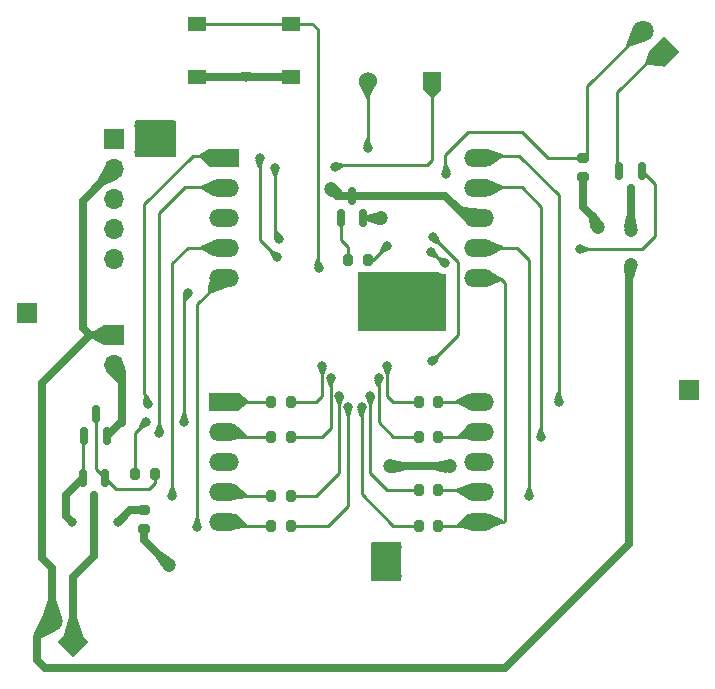
<source format=gbr>
%TF.GenerationSoftware,KiCad,Pcbnew,8.0.1*%
%TF.CreationDate,2024-04-22T14:35:34+03:00*%
%TF.ProjectId,Zar Electronic,5a617220-456c-4656-9374-726f6e69632e,rev?*%
%TF.SameCoordinates,Original*%
%TF.FileFunction,Copper,L1,Top*%
%TF.FilePolarity,Positive*%
%FSLAX46Y46*%
G04 Gerber Fmt 4.6, Leading zero omitted, Abs format (unit mm)*
G04 Created by KiCad (PCBNEW 8.0.1) date 2024-04-22 14:35:34*
%MOMM*%
%LPD*%
G01*
G04 APERTURE LIST*
G04 Aperture macros list*
%AMRoundRect*
0 Rectangle with rounded corners*
0 $1 Rounding radius*
0 $2 $3 $4 $5 $6 $7 $8 $9 X,Y pos of 4 corners*
0 Add a 4 corners polygon primitive as box body*
4,1,4,$2,$3,$4,$5,$6,$7,$8,$9,$2,$3,0*
0 Add four circle primitives for the rounded corners*
1,1,$1+$1,$2,$3*
1,1,$1+$1,$4,$5*
1,1,$1+$1,$6,$7*
1,1,$1+$1,$8,$9*
0 Add four rect primitives between the rounded corners*
20,1,$1+$1,$2,$3,$4,$5,0*
20,1,$1+$1,$4,$5,$6,$7,0*
20,1,$1+$1,$6,$7,$8,$9,0*
20,1,$1+$1,$8,$9,$2,$3,0*%
%AMRotRect*
0 Rectangle, with rotation*
0 The origin of the aperture is its center*
0 $1 length*
0 $2 width*
0 $3 Rotation angle, in degrees counterclockwise*
0 Add horizontal line*
21,1,$1,$2,0,0,$3*%
G04 Aperture macros list end*
%TA.AperFunction,SMDPad,CuDef*%
%ADD10RoundRect,0.200000X-0.200000X-0.275000X0.200000X-0.275000X0.200000X0.275000X-0.200000X0.275000X0*%
%TD*%
%TA.AperFunction,SMDPad,CuDef*%
%ADD11RoundRect,0.150000X-0.150000X0.587500X-0.150000X-0.587500X0.150000X-0.587500X0.150000X0.587500X0*%
%TD*%
%TA.AperFunction,SMDPad,CuDef*%
%ADD12RoundRect,0.200000X0.200000X0.275000X-0.200000X0.275000X-0.200000X-0.275000X0.200000X-0.275000X0*%
%TD*%
%TA.AperFunction,ComponentPad*%
%ADD13R,2.524000X1.524000*%
%TD*%
%TA.AperFunction,ComponentPad*%
%ADD14O,2.524000X1.524000*%
%TD*%
%TA.AperFunction,ComponentPad*%
%ADD15R,1.700000X1.700000*%
%TD*%
%TA.AperFunction,SMDPad,CuDef*%
%ADD16R,1.550000X1.300000*%
%TD*%
%TA.AperFunction,SMDPad,CuDef*%
%ADD17RoundRect,0.200000X0.275000X-0.200000X0.275000X0.200000X-0.275000X0.200000X-0.275000X-0.200000X0*%
%TD*%
%TA.AperFunction,SMDPad,CuDef*%
%ADD18RoundRect,0.150000X0.150000X-0.587500X0.150000X0.587500X-0.150000X0.587500X-0.150000X-0.587500X0*%
%TD*%
%TA.AperFunction,ComponentPad*%
%ADD19RotRect,1.800000X1.800000X135.000000*%
%TD*%
%TA.AperFunction,ComponentPad*%
%ADD20C,1.800000*%
%TD*%
%TA.AperFunction,ComponentPad*%
%ADD21O,1.700000X1.700000*%
%TD*%
%TA.AperFunction,ComponentPad*%
%ADD22R,1.524000X1.524000*%
%TD*%
%TA.AperFunction,ComponentPad*%
%ADD23C,1.524000*%
%TD*%
%TA.AperFunction,ViaPad*%
%ADD24C,0.800000*%
%TD*%
%TA.AperFunction,ViaPad*%
%ADD25C,1.200000*%
%TD*%
%TA.AperFunction,Conductor*%
%ADD26C,0.700000*%
%TD*%
%TA.AperFunction,Conductor*%
%ADD27C,0.250000*%
%TD*%
%TA.AperFunction,Conductor*%
%ADD28C,0.500000*%
%TD*%
G04 APERTURE END LIST*
D10*
%TO.P,R4,1*%
%TO.N,/D*%
X121175000Y-82500000D03*
%TO.P,R4,2*%
%TO.N,/sD*%
X122825000Y-82500000D03*
%TD*%
D11*
%TO.P,Q7,1,B*%
%TO.N,Net-(Q7-B)*%
X107100000Y-86000000D03*
%TO.P,Q7,2,E*%
%TO.N,Net-(Q7-E)*%
X105200000Y-86000000D03*
%TO.P,Q7,3,C*%
%TO.N,Net-(D2-K)*%
X106150000Y-87875000D03*
%TD*%
D12*
%TO.P,R1,1*%
%TO.N,/A*%
X135325000Y-87000000D03*
%TO.P,R1,2*%
%TO.N,/sA*%
X133675000Y-87000000D03*
%TD*%
D13*
%TO.P,U2,1,E*%
%TO.N,/E*%
X117200000Y-79500000D03*
D14*
%TO.P,U2,2,D*%
%TO.N,/D*%
X117200000Y-82042400D03*
%TO.P,U2,3,CC*%
%TO.N,Net-(Q3-C)*%
X117195000Y-84582400D03*
%TO.P,U2,4,C*%
%TO.N,/C*%
X117195000Y-87122400D03*
%TO.P,U2,5,DP*%
%TO.N,/DP*%
X117200000Y-89662400D03*
%TO.P,U2,6,B*%
%TO.N,/B*%
X138800000Y-89662400D03*
%TO.P,U2,7,A*%
%TO.N,/A*%
X138795000Y-87122400D03*
%TO.P,U2,8,CC*%
%TO.N,Net-(Q3-C)*%
X138795000Y-84582400D03*
%TO.P,U2,9,F*%
%TO.N,/F*%
X138800000Y-82042400D03*
%TO.P,U2,10,G*%
%TO.N,/G*%
X138800000Y-79500000D03*
%TD*%
D12*
%TO.P,R7,1*%
%TO.N,/G*%
X135325000Y-79500000D03*
%TO.P,R7,2*%
%TO.N,/sG*%
X133675000Y-79500000D03*
%TD*%
D15*
%TO.P,J3,1,Pin_1*%
%TO.N,Net-(J3-Pin_1)*%
X156500000Y-78500000D03*
%TD*%
D16*
%TO.P,SW1,1,1*%
%TO.N,Net-(U1-RB3)*%
X114897000Y-47534000D03*
X122847000Y-47534000D03*
%TO.P,SW1,2,2*%
%TO.N,GND*%
X114897000Y-52034000D03*
X122847000Y-52034000D03*
%TD*%
D11*
%TO.P,Q8,1,B*%
%TO.N,/DAC*%
X152550000Y-59962500D03*
%TO.P,Q8,2,E*%
%TO.N,Net-(Q6-C)*%
X150650000Y-59962500D03*
%TO.P,Q8,3,C*%
%TO.N,/VDD*%
X151600000Y-61837500D03*
%TD*%
D10*
%TO.P,R8,1*%
%TO.N,/DP*%
X121175000Y-90000000D03*
%TO.P,R8,2*%
%TO.N,/sDP*%
X122825000Y-90000000D03*
%TD*%
D15*
%TO.P,J2,1,Pin_1*%
%TO.N,Net-(J2-Pin_1)*%
X100500000Y-72000000D03*
%TD*%
D10*
%TO.P,R5,1*%
%TO.N,/E*%
X121175000Y-79500000D03*
%TO.P,R5,2*%
%TO.N,/sE*%
X122825000Y-79500000D03*
%TD*%
D17*
%TO.P,R14,1*%
%TO.N,GND*%
X110400000Y-90325000D03*
%TO.P,R14,2*%
%TO.N,Net-(Q7-E)*%
X110400000Y-88675000D03*
%TD*%
D13*
%TO.P,U3,1,E*%
%TO.N,/E*%
X117200000Y-58900000D03*
D14*
%TO.P,U3,2,D*%
%TO.N,/D*%
X117200000Y-61442400D03*
%TO.P,U3,3,CC*%
%TO.N,Net-(Q1-C)*%
X117195000Y-63982400D03*
%TO.P,U3,4,C*%
%TO.N,/C*%
X117195000Y-66522400D03*
%TO.P,U3,5,DP*%
%TO.N,/DP*%
X117200000Y-69062400D03*
%TO.P,U3,6,B*%
%TO.N,/B*%
X138800000Y-69062400D03*
%TO.P,U3,7,A*%
%TO.N,/A*%
X138795000Y-66522400D03*
%TO.P,U3,8,CC*%
%TO.N,Net-(Q1-C)*%
X138795000Y-63982400D03*
%TO.P,U3,9,F*%
%TO.N,/F*%
X138800000Y-61442400D03*
%TO.P,U3,10,G*%
%TO.N,/G*%
X138800000Y-58900000D03*
%TD*%
D17*
%TO.P,R13,1*%
%TO.N,GND*%
X147600000Y-60525000D03*
%TO.P,R13,2*%
%TO.N,/ADC*%
X147600000Y-58875000D03*
%TD*%
D10*
%TO.P,R12,1*%
%TO.N,/IR_EN*%
X109675000Y-85600000D03*
%TO.P,R12,2*%
%TO.N,Net-(Q7-B)*%
X111325000Y-85600000D03*
%TD*%
D12*
%TO.P,R6,1*%
%TO.N,/F*%
X135325000Y-82500000D03*
%TO.P,R6,2*%
%TO.N,/sF*%
X133675000Y-82500000D03*
%TD*%
D18*
%TO.P,Q1,1,B*%
%TO.N,Net-(Q1-B)*%
X127050000Y-63937500D03*
%TO.P,Q1,2,E*%
%TO.N,GND*%
X128950000Y-63937500D03*
%TO.P,Q1,3,C*%
%TO.N,Net-(Q1-C)*%
X128000000Y-62062500D03*
%TD*%
D19*
%TO.P,D2,1,K*%
%TO.N,Net-(D2-K)*%
X104401561Y-99901561D03*
D20*
%TO.P,D2,2,A*%
%TO.N,/VDD*%
X102605510Y-98105510D03*
%TD*%
D19*
%TO.P,Q6,1,C*%
%TO.N,Net-(Q6-C)*%
X154401562Y-49901562D03*
D20*
%TO.P,Q6,2,E*%
%TO.N,/ADC*%
X152605511Y-48105511D03*
%TD*%
D15*
%TO.P,J4,1,Pin_1*%
%TO.N,/MCLR*%
X107900000Y-57300000D03*
D21*
%TO.P,J4,2,Pin_2*%
%TO.N,/VDD*%
X107900000Y-59840000D03*
%TO.P,J4,3,Pin_3*%
%TO.N,GND*%
X107900000Y-62380000D03*
%TO.P,J4,4,Pin_4*%
%TO.N,/PGD*%
X107900000Y-64920000D03*
%TO.P,J4,5,Pin_5*%
%TO.N,/PGC*%
X107900000Y-67460000D03*
%TD*%
D18*
%TO.P,Q9,1,B*%
%TO.N,Net-(Q7-E)*%
X105350000Y-82437500D03*
%TO.P,Q9,2,E*%
%TO.N,GND*%
X107250000Y-82437500D03*
%TO.P,Q9,3,C*%
%TO.N,Net-(Q7-B)*%
X106300000Y-80562500D03*
%TD*%
D12*
%TO.P,R2,1*%
%TO.N,/B*%
X135325000Y-90000000D03*
%TO.P,R2,2*%
%TO.N,/sB*%
X133675000Y-90000000D03*
%TD*%
%TO.P,R9,1*%
%TO.N,/PWM2*%
X129325000Y-67500000D03*
%TO.P,R9,2*%
%TO.N,Net-(Q1-B)*%
X127675000Y-67500000D03*
%TD*%
D10*
%TO.P,R3,1*%
%TO.N,/C*%
X121175000Y-87500000D03*
%TO.P,R3,2*%
%TO.N,/sC*%
X122825000Y-87500000D03*
%TD*%
D15*
%TO.P,J1,1,Pin_1*%
%TO.N,/VDD*%
X107900000Y-73900000D03*
D21*
%TO.P,J1,2,Pin_2*%
%TO.N,GND*%
X107900000Y-76440000D03*
%TD*%
D22*
%TO.P,BZ1,1,-*%
%TO.N,Net-(BZ1--)*%
X134823200Y-52324000D03*
D23*
%TO.P,BZ1,2,+*%
%TO.N,Net-(BZ1-+)*%
X129336800Y-52324000D03*
%TD*%
D24*
%TO.N,GND*%
X131800000Y-94300000D03*
X130900000Y-94300000D03*
X130000000Y-94300000D03*
X131800000Y-91800000D03*
X130900000Y-91800000D03*
X130000000Y-91800000D03*
X110900000Y-56200000D03*
X111800000Y-56200000D03*
X112700000Y-56200000D03*
X110000000Y-56200000D03*
X112700000Y-58400000D03*
X111800000Y-58400000D03*
X110900000Y-58400000D03*
X110000000Y-58400000D03*
D25*
%TO.N,/VDD*%
X151600000Y-67900000D03*
X151600000Y-65000000D03*
D24*
%TO.N,GND*%
X129000000Y-70000000D03*
X135500000Y-70000000D03*
X135500000Y-69000000D03*
X129000000Y-73000000D03*
D25*
X148800000Y-64700000D03*
X112500000Y-93300000D03*
D24*
X135500000Y-73000000D03*
X119000000Y-52000000D03*
X129000000Y-71000000D03*
X129000000Y-72000000D03*
X135500000Y-72000000D03*
X135500000Y-71000000D03*
D25*
X130500000Y-64000000D03*
D24*
X129000000Y-69000000D03*
D25*
%TO.N,Net-(Q1-C)*%
X126200000Y-61500000D03*
%TO.N,Net-(Q3-C)*%
X136300000Y-85000000D03*
X131200000Y-85000000D03*
D24*
%TO.N,/A*%
X143000000Y-87500000D03*
%TO.N,/sA*%
X129550000Y-79000000D03*
%TO.N,/sB*%
X128825000Y-80000000D03*
%TO.N,/sC*%
X126950000Y-79000000D03*
%TO.N,/C*%
X112800000Y-87500000D03*
%TO.N,/sD*%
X126225000Y-77500000D03*
%TO.N,/D*%
X111700000Y-82200000D03*
%TO.N,/E*%
X110700000Y-79700000D03*
%TO.N,/sE*%
X125500000Y-76500000D03*
%TO.N,/sF*%
X130275000Y-77500000D03*
%TO.N,/F*%
X144000000Y-82500000D03*
%TO.N,/G*%
X145500000Y-79500000D03*
%TO.N,/sG*%
X131000000Y-76500000D03*
%TO.N,/sDP*%
X127675000Y-80000000D03*
%TO.N,/DP*%
X114900000Y-90100000D03*
%TO.N,/PWM2*%
X131000000Y-66300000D03*
%TO.N,/PWM1*%
X134900000Y-65600000D03*
X134800000Y-76100000D03*
%TO.N,Net-(U1-RB3)*%
X125200000Y-68200000D03*
%TO.N,Net-(BZ1-+)*%
X121700000Y-67300000D03*
X129336800Y-58025000D03*
X120200000Y-58900000D03*
%TO.N,Net-(BZ1--)*%
X126600000Y-59625000D03*
X121800000Y-65700000D03*
X121500000Y-59700000D03*
%TO.N,Net-(Q7-E)*%
X104300000Y-89700000D03*
X108200000Y-89700000D03*
%TO.N,/ADC*%
X136000000Y-60200000D03*
%TO.N,/IR_EN*%
X113800000Y-81200000D03*
X110600000Y-81200000D03*
X114100000Y-70300000D03*
%TO.N,/DAC*%
X134699847Y-66799847D03*
X147300000Y-66600000D03*
X135900000Y-67800000D03*
%TD*%
D26*
%TO.N,/VDD*%
X101300000Y-99411020D02*
X102605510Y-98105510D01*
X101300000Y-101400000D02*
X101300000Y-99411020D01*
X102000000Y-102100000D02*
X101300000Y-101400000D01*
X141000000Y-102100000D02*
X102000000Y-102100000D01*
X151500000Y-68000000D02*
X151500000Y-91600000D01*
X151600000Y-67900000D02*
X151500000Y-68000000D01*
X151500000Y-91600000D02*
X141000000Y-102100000D01*
D27*
%TO.N,/E*%
X110400000Y-62800000D02*
X114526000Y-58674000D01*
X114526000Y-58674000D02*
X117084000Y-58674000D01*
X110400000Y-78900000D02*
X110400000Y-62800000D01*
X110700000Y-79200000D02*
X110400000Y-78900000D01*
X110700000Y-79700000D02*
X110700000Y-79200000D01*
D26*
%TO.N,/VDD*%
X101800000Y-77900000D02*
X105800000Y-73900000D01*
X102605510Y-98105510D02*
X102605510Y-93570510D01*
X102605510Y-93570510D02*
X101800000Y-92765000D01*
X105200000Y-62540000D02*
X105200000Y-73300000D01*
X151600000Y-61837500D02*
X151600000Y-65000000D01*
X105800000Y-73900000D02*
X107900000Y-73900000D01*
X105200000Y-73300000D02*
X105800000Y-73900000D01*
X107900000Y-59840000D02*
X105200000Y-62540000D01*
X101800000Y-92765000D02*
X101800000Y-77900000D01*
%TO.N,GND*%
X148700000Y-64100000D02*
X148700000Y-64600000D01*
X119034000Y-52034000D02*
X122847000Y-52034000D01*
X147600000Y-63000000D02*
X148700000Y-64100000D01*
X114897000Y-52034000D02*
X118966000Y-52034000D01*
X108500000Y-81300000D02*
X108500000Y-77040000D01*
X108387500Y-81300000D02*
X108500000Y-81300000D01*
X110400000Y-91200000D02*
X112500000Y-93300000D01*
X148700000Y-64600000D02*
X148800000Y-64700000D01*
D28*
X128950000Y-63937500D02*
X130437500Y-63937500D01*
D26*
X119000000Y-52000000D02*
X119034000Y-52034000D01*
X108500000Y-77040000D02*
X107900000Y-76440000D01*
X118966000Y-52034000D02*
X119000000Y-52000000D01*
X107250000Y-82437500D02*
X108387500Y-81300000D01*
D28*
X130437500Y-63937500D02*
X130500000Y-64000000D01*
D26*
X110400000Y-90325000D02*
X110400000Y-91200000D01*
X147600000Y-60525000D02*
X147600000Y-63000000D01*
%TO.N,Net-(Q1-C)*%
X126762500Y-62062500D02*
X126200000Y-61500000D01*
X128000000Y-62062500D02*
X135862500Y-62062500D01*
X128000000Y-62062500D02*
X126762500Y-62062500D01*
X135862500Y-62062500D02*
X137706400Y-63906400D01*
X137706400Y-63906400D02*
X138684000Y-63906400D01*
D27*
%TO.N,Net-(Q1-B)*%
X127100000Y-65600000D02*
X127050000Y-65550000D01*
X127050000Y-65550000D02*
X127050000Y-63937500D01*
X127100000Y-65800000D02*
X127100000Y-65600000D01*
X127675000Y-67500000D02*
X127675000Y-66375000D01*
X127675000Y-66375000D02*
X127100000Y-65800000D01*
D26*
%TO.N,Net-(Q3-C)*%
X135500000Y-85000000D02*
X131200000Y-85000000D01*
X136300000Y-85000000D02*
X135500000Y-85000000D01*
D27*
%TO.N,/A*%
X138130000Y-87000000D02*
X138684000Y-87554000D01*
X141992800Y-66496400D02*
X138684000Y-66496400D01*
X135325000Y-87000000D02*
X138130000Y-87000000D01*
X143000000Y-67503600D02*
X141992800Y-66496400D01*
X143000000Y-87500000D02*
X143000000Y-67503600D01*
%TO.N,/sA*%
X129550000Y-85550000D02*
X131000000Y-87000000D01*
X131000000Y-87000000D02*
X133675000Y-87000000D01*
X129550000Y-79000000D02*
X129550000Y-85550000D01*
%TO.N,/sB*%
X131500000Y-90000000D02*
X133675000Y-90000000D01*
X128825000Y-87325000D02*
X131500000Y-90000000D01*
X128825000Y-80000000D02*
X128825000Y-87325000D01*
%TO.N,/B*%
X138462400Y-90000000D02*
X138800000Y-89662400D01*
X141000000Y-69500000D02*
X140588000Y-69088000D01*
X140837600Y-89662400D02*
X141000000Y-89500000D01*
X140588000Y-69088000D02*
X138684000Y-69088000D01*
X135325000Y-90000000D02*
X138462400Y-90000000D01*
X141000000Y-89500000D02*
X141000000Y-69500000D01*
X138800000Y-89662400D02*
X140837600Y-89662400D01*
%TO.N,/sC*%
X125000000Y-87500000D02*
X122825000Y-87500000D01*
X126950000Y-79000000D02*
X126950000Y-85550000D01*
X126950000Y-85550000D02*
X125000000Y-87500000D01*
%TO.N,/C*%
X112800000Y-87500000D02*
X112800000Y-67800000D01*
X117084000Y-87233400D02*
X117084000Y-87554000D01*
X117195000Y-87122400D02*
X117084000Y-87233400D01*
X121175000Y-87500000D02*
X117572600Y-87500000D01*
X114103600Y-66496400D02*
X117084000Y-66496400D01*
X112800000Y-67800000D02*
X114103600Y-66496400D01*
X117572600Y-87500000D02*
X117195000Y-87122400D01*
%TO.N,/sD*%
X126225000Y-77500000D02*
X126225000Y-81775000D01*
X125500000Y-82500000D02*
X122825000Y-82500000D01*
X126225000Y-81775000D02*
X125500000Y-82500000D01*
%TO.N,/D*%
X121175000Y-82500000D02*
X118700000Y-82500000D01*
X111700000Y-82200000D02*
X111700000Y-63500000D01*
X117084000Y-82158400D02*
X117084000Y-82424000D01*
X118242400Y-82042400D02*
X117200000Y-82042400D01*
X111700000Y-63500000D02*
X113833600Y-61366400D01*
X118700000Y-82500000D02*
X118242400Y-82042400D01*
X113833600Y-61366400D02*
X117084000Y-61366400D01*
X117200000Y-82042400D02*
X117084000Y-82158400D01*
%TO.N,/E*%
X117084000Y-79616000D02*
X117084000Y-79731600D01*
X121175000Y-79500000D02*
X117200000Y-79500000D01*
X117200000Y-79500000D02*
X117084000Y-79616000D01*
%TO.N,/sE*%
X125500000Y-76500000D02*
X125500000Y-79000000D01*
X125000000Y-79500000D02*
X122825000Y-79500000D01*
X125500000Y-79000000D02*
X125000000Y-79500000D01*
%TO.N,/sF*%
X130275000Y-77500000D02*
X130275000Y-81275000D01*
X131500000Y-82500000D02*
X133675000Y-82500000D01*
X130275000Y-81275000D02*
X131500000Y-82500000D01*
%TO.N,/F*%
X144000000Y-82500000D02*
X144000000Y-63000000D01*
X144000000Y-63000000D02*
X142366400Y-61366400D01*
X142366400Y-61366400D02*
X138684000Y-61366400D01*
X138608000Y-82500000D02*
X138684000Y-82424000D01*
X135325000Y-82500000D02*
X138608000Y-82500000D01*
%TO.N,/G*%
X145500000Y-62000000D02*
X142174000Y-58674000D01*
X145500000Y-79500000D02*
X145500000Y-62000000D01*
X139031600Y-79731600D02*
X139768400Y-79731600D01*
X142174000Y-58674000D02*
X138684000Y-58674000D01*
X138800000Y-79500000D02*
X139031600Y-79731600D01*
X135325000Y-79500000D02*
X138800000Y-79500000D01*
%TO.N,/sG*%
X131500000Y-79500000D02*
X133675000Y-79500000D01*
X131000000Y-79000000D02*
X131500000Y-79500000D01*
X131000000Y-76500000D02*
X131000000Y-79000000D01*
%TO.N,/sDP*%
X127675000Y-88325000D02*
X126000000Y-90000000D01*
X127675000Y-80000000D02*
X127675000Y-88325000D01*
X126000000Y-90000000D02*
X122825000Y-90000000D01*
%TO.N,/DP*%
X121175000Y-90000000D02*
X117537600Y-90000000D01*
X117200000Y-89662400D02*
X117084000Y-89778400D01*
X117084000Y-89778400D02*
X117084000Y-90145600D01*
X114900000Y-90100000D02*
X114900000Y-71272000D01*
X117537600Y-90000000D02*
X117200000Y-89662400D01*
X114900000Y-71272000D02*
X117084000Y-69088000D01*
%TO.N,/PWM2*%
X129325000Y-67500000D02*
X129800000Y-67500000D01*
X129800000Y-67500000D02*
X131000000Y-66300000D01*
%TO.N,/PWM1*%
X137000000Y-67700000D02*
X134900000Y-65600000D01*
X137000000Y-73900000D02*
X137000000Y-67700000D01*
X134800000Y-76100000D02*
X137000000Y-73900000D01*
%TO.N,Net-(U1-RB3)*%
X125100000Y-68100000D02*
X125200000Y-68200000D01*
X124634000Y-47534000D02*
X125100000Y-48000000D01*
X122847000Y-47534000D02*
X124634000Y-47534000D01*
X125100000Y-48000000D02*
X125100000Y-68100000D01*
X114897000Y-47534000D02*
X122847000Y-47534000D01*
D26*
%TO.N,Net-(D2-K)*%
X106200000Y-92600000D02*
X106150000Y-92550000D01*
X106150000Y-92550000D02*
X106150000Y-87875000D01*
X104401561Y-94398439D02*
X106200000Y-92600000D01*
X104401561Y-99901561D02*
X104401561Y-94398439D01*
D27*
%TO.N,Net-(BZ1-+)*%
X129336800Y-58025000D02*
X129336800Y-52324000D01*
X120200000Y-65800000D02*
X121700000Y-67300000D01*
X120200000Y-58900000D02*
X120200000Y-65800000D01*
%TO.N,Net-(BZ1--)*%
X134823200Y-59076800D02*
X134400000Y-59500000D01*
X121500000Y-59700000D02*
X121500000Y-65400000D01*
X134823200Y-52324000D02*
X134823200Y-59076800D01*
X126725000Y-59500000D02*
X126600000Y-59625000D01*
X134400000Y-59500000D02*
X126725000Y-59500000D01*
X121500000Y-65400000D02*
X121800000Y-65700000D01*
%TO.N,Net-(Q6-C)*%
X150475000Y-59787500D02*
X150475000Y-53325000D01*
X150650000Y-59962500D02*
X150475000Y-59787500D01*
X150475000Y-53325000D02*
X153898438Y-49901562D01*
X153898438Y-49901562D02*
X154401562Y-49901562D01*
%TO.N,Net-(Q7-B)*%
X107100000Y-86000000D02*
X108000000Y-86900000D01*
X110800000Y-86900000D02*
X111325000Y-86375000D01*
X111325000Y-86375000D02*
X111325000Y-85600000D01*
X106300000Y-85200000D02*
X106300000Y-80562500D01*
X107100000Y-86000000D02*
X106300000Y-85200000D01*
X108000000Y-86900000D02*
X110800000Y-86900000D01*
D26*
%TO.N,Net-(Q7-E)*%
X103800000Y-87700000D02*
X103800000Y-89200000D01*
X105200000Y-86000000D02*
X103800000Y-87400000D01*
X103800000Y-89200000D02*
X104300000Y-89700000D01*
X109225000Y-88675000D02*
X110400000Y-88675000D01*
D27*
X103800000Y-87400000D02*
X103800000Y-87700000D01*
X105200000Y-82587500D02*
X105350000Y-82437500D01*
X105200000Y-86000000D02*
X105200000Y-82587500D01*
D26*
X108200000Y-89700000D02*
X109225000Y-88675000D01*
D27*
%TO.N,/ADC*%
X147600000Y-58875000D02*
X147935000Y-58540000D01*
X147935000Y-52776022D02*
X152605511Y-48105511D01*
X147935000Y-58540000D02*
X147935000Y-52776022D01*
X147600000Y-58875000D02*
X144575000Y-58875000D01*
X135900000Y-60000000D02*
X135900000Y-60100000D01*
X135900000Y-60100000D02*
X136000000Y-60200000D01*
X137800000Y-56700000D02*
X135900000Y-58600000D01*
X144575000Y-58875000D02*
X142900000Y-57200000D01*
X142900000Y-57200000D02*
X142400000Y-56700000D01*
X135900000Y-58600000D02*
X135900000Y-60000000D01*
X142400000Y-56700000D02*
X137800000Y-56700000D01*
%TO.N,/IR_EN*%
X113800000Y-70600000D02*
X114100000Y-70300000D01*
X109675000Y-82125000D02*
X110600000Y-81200000D01*
X113800000Y-81200000D02*
X113800000Y-70600000D01*
X109675000Y-85600000D02*
X109675000Y-82125000D01*
%TO.N,/DAC*%
X153700000Y-61100000D02*
X153700000Y-65500000D01*
X152550000Y-59962500D02*
X153687500Y-61100000D01*
X153700000Y-65500000D02*
X152600000Y-66600000D01*
X135700000Y-67800000D02*
X134699847Y-66799847D01*
X135900000Y-67800000D02*
X135700000Y-67800000D01*
X153687500Y-61100000D02*
X153700000Y-61100000D01*
X152600000Y-66600000D02*
X147300000Y-66600000D01*
%TD*%
%TA.AperFunction,Conductor*%
%TO.N,GND*%
G36*
X135358195Y-68519685D02*
G01*
X135364041Y-68523682D01*
X135447265Y-68584148D01*
X135447270Y-68584151D01*
X135620192Y-68661142D01*
X135620197Y-68661144D01*
X135805354Y-68700500D01*
X135805355Y-68700500D01*
X135876000Y-68700500D01*
X135943039Y-68720185D01*
X135988794Y-68772989D01*
X136000000Y-68824500D01*
X136000000Y-73376000D01*
X135980315Y-73443039D01*
X135927511Y-73488794D01*
X135876000Y-73500000D01*
X128624000Y-73500000D01*
X128556961Y-73480315D01*
X128511206Y-73427511D01*
X128500000Y-73376000D01*
X128500000Y-68624000D01*
X128519685Y-68556961D01*
X128572489Y-68511206D01*
X128624000Y-68500000D01*
X135291156Y-68500000D01*
X135358195Y-68519685D01*
G37*
%TD.AperFunction*%
%TD*%
%TA.AperFunction,Conductor*%
%TO.N,GND*%
G36*
X113043039Y-55719685D02*
G01*
X113088794Y-55772489D01*
X113100000Y-55824000D01*
X113100000Y-58676000D01*
X113080315Y-58743039D01*
X113027511Y-58788794D01*
X112976000Y-58800000D01*
X109724000Y-58800000D01*
X109656961Y-58780315D01*
X109611206Y-58727511D01*
X109600000Y-58676000D01*
X109600000Y-55824000D01*
X109619685Y-55756961D01*
X109672489Y-55711206D01*
X109724000Y-55700000D01*
X112976000Y-55700000D01*
X113043039Y-55719685D01*
G37*
%TD.AperFunction*%
%TD*%
%TA.AperFunction,Conductor*%
%TO.N,GND*%
G36*
X132143039Y-91419685D02*
G01*
X132188794Y-91472489D01*
X132200000Y-91524000D01*
X132200000Y-94576000D01*
X132180315Y-94643039D01*
X132127511Y-94688794D01*
X132076000Y-94700000D01*
X129724000Y-94700000D01*
X129656961Y-94680315D01*
X129611206Y-94627511D01*
X129600000Y-94576000D01*
X129600000Y-91524000D01*
X129619685Y-91456961D01*
X129672489Y-91411206D01*
X129724000Y-91400000D01*
X132076000Y-91400000D01*
X132143039Y-91419685D01*
G37*
%TD.AperFunction*%
%TD*%
%TA.AperFunction,Conductor*%
%TO.N,/VDD*%
G36*
X101784056Y-97765240D02*
G01*
X102601724Y-98102947D01*
X102608063Y-98109273D01*
X102608072Y-98109295D01*
X102945778Y-98926962D01*
X102945769Y-98935916D01*
X102940220Y-98941881D01*
X101587757Y-99621991D01*
X101578827Y-99622646D01*
X101574228Y-99619811D01*
X101091208Y-99136791D01*
X101087781Y-99128518D01*
X101089027Y-99123264D01*
X101769138Y-97770798D01*
X101775917Y-97764947D01*
X101784056Y-97765240D01*
G37*
%TD.AperFunction*%
%TD*%
%TA.AperFunction,Conductor*%
%TO.N,/VDD*%
G36*
X151602164Y-67899900D02*
G01*
X152144401Y-68125480D01*
X152150722Y-68131820D01*
X152151049Y-68139849D01*
X151852604Y-69071977D01*
X151846817Y-69078811D01*
X151841461Y-69080109D01*
X151160307Y-69080109D01*
X151152034Y-69076682D01*
X151148700Y-69069884D01*
X151030486Y-68139849D01*
X151001671Y-67913150D01*
X151004028Y-67904513D01*
X151011803Y-67900070D01*
X151013243Y-67899977D01*
X151597657Y-67899003D01*
X151602164Y-67899900D01*
G37*
%TD.AperFunction*%
%TD*%
%TA.AperFunction,Conductor*%
%TO.N,/E*%
G36*
X115943716Y-58141448D02*
G01*
X117182724Y-58888974D01*
X117188038Y-58896181D01*
X117186698Y-58905035D01*
X117181874Y-58909475D01*
X115945340Y-59522135D01*
X115936406Y-59522737D01*
X115932071Y-59520118D01*
X115179625Y-58802457D01*
X115176003Y-58794267D01*
X115176000Y-58793990D01*
X115176000Y-58555983D01*
X115179427Y-58547710D01*
X115182146Y-58545685D01*
X115932123Y-58141169D01*
X115941029Y-58140259D01*
X115943716Y-58141448D01*
G37*
%TD.AperFunction*%
%TD*%
%TA.AperFunction,Conductor*%
%TO.N,/E*%
G36*
X110583476Y-78908806D02*
G01*
X110584397Y-78909844D01*
X110715099Y-79076257D01*
X110976448Y-79409015D01*
X110978863Y-79417638D01*
X110975541Y-79424494D01*
X110704146Y-79697250D01*
X110695881Y-79700698D01*
X110695831Y-79700698D01*
X110313689Y-79700024D01*
X110305422Y-79696583D01*
X110302010Y-79688303D01*
X110302156Y-79686481D01*
X110343940Y-79424494D01*
X110398882Y-79080001D01*
X110402161Y-79073575D01*
X110566931Y-78908805D01*
X110575203Y-78905379D01*
X110583476Y-78908806D01*
G37*
%TD.AperFunction*%
%TD*%
%TA.AperFunction,Conductor*%
%TO.N,/VDD*%
G36*
X102955330Y-96308937D02*
G01*
X102958165Y-96313536D01*
X103433590Y-97750783D01*
X103432935Y-97759713D01*
X103426970Y-97765262D01*
X102609998Y-98104645D01*
X102601044Y-98104654D01*
X102601022Y-98104645D01*
X101784049Y-97765262D01*
X101777723Y-97758923D01*
X101777429Y-97750783D01*
X102252855Y-96313536D01*
X102258707Y-96306757D01*
X102263963Y-96305510D01*
X102947057Y-96305510D01*
X102955330Y-96308937D01*
G37*
%TD.AperFunction*%
%TD*%
%TA.AperFunction,Conductor*%
%TO.N,/VDD*%
G36*
X151948780Y-63803427D02*
G01*
X151951956Y-63809289D01*
X152152330Y-64760901D01*
X152150681Y-64769703D01*
X152145375Y-64774114D01*
X151604494Y-64999130D01*
X151595539Y-64999144D01*
X151595506Y-64999130D01*
X151054624Y-64774114D01*
X151048302Y-64767773D01*
X151047669Y-64760904D01*
X151248044Y-63809288D01*
X151253102Y-63801900D01*
X151259493Y-63800000D01*
X151940507Y-63800000D01*
X151948780Y-63803427D01*
G37*
%TD.AperFunction*%
%TD*%
%TA.AperFunction,Conductor*%
%TO.N,/VDD*%
G36*
X107056401Y-73056394D02*
G01*
X107892712Y-73891722D01*
X107896144Y-73899993D01*
X107892722Y-73908268D01*
X107892712Y-73908278D01*
X107056401Y-74743605D01*
X107048126Y-74747027D01*
X107042201Y-74745412D01*
X106205768Y-74253392D01*
X106200374Y-74246243D01*
X106200000Y-74243307D01*
X106200000Y-73556692D01*
X106203427Y-73548419D01*
X106205768Y-73546607D01*
X107042202Y-73054586D01*
X107051069Y-73053346D01*
X107056401Y-73056394D01*
G37*
%TD.AperFunction*%
%TD*%
%TA.AperFunction,Conductor*%
%TO.N,/VDD*%
G36*
X107124611Y-59518810D02*
G01*
X107896215Y-59837438D01*
X107902552Y-59843761D01*
X107902562Y-59843785D01*
X108221188Y-60615386D01*
X108221179Y-60624341D01*
X108215764Y-60630237D01*
X106953010Y-61285622D01*
X106944088Y-61286391D01*
X106939347Y-61283510D01*
X106456489Y-60800652D01*
X106453062Y-60792379D01*
X106454376Y-60786992D01*
X107109763Y-59524233D01*
X107116615Y-59518471D01*
X107124611Y-59518810D01*
G37*
%TD.AperFunction*%
%TD*%
%TA.AperFunction,Conductor*%
%TO.N,GND*%
G36*
X148544726Y-63451422D02*
G01*
X148545481Y-63452253D01*
X149217515Y-64267549D01*
X149220133Y-64276113D01*
X149216774Y-64283250D01*
X148802363Y-64699044D01*
X148798537Y-64701601D01*
X148258754Y-64924214D01*
X148249799Y-64924200D01*
X148243477Y-64917859D01*
X148242831Y-64915747D01*
X148198762Y-64700707D01*
X148043578Y-63943456D01*
X148045274Y-63934664D01*
X148046762Y-63932840D01*
X148528181Y-63451421D01*
X148536453Y-63447995D01*
X148544726Y-63451422D01*
G37*
%TD.AperFunction*%
%TD*%
%TA.AperFunction,Conductor*%
%TO.N,GND*%
G36*
X119012899Y-51601366D02*
G01*
X119094119Y-51609966D01*
X119782770Y-51682891D01*
X119790635Y-51687170D01*
X119793237Y-51694526D01*
X119793237Y-52372533D01*
X119789810Y-52380806D01*
X119781773Y-52384231D01*
X119011906Y-52399759D01*
X119003565Y-52396499D01*
X118999972Y-52388297D01*
X118999970Y-52388090D01*
X118999960Y-52384231D01*
X118999000Y-52000000D01*
X118999967Y-51612970D01*
X119003415Y-51604707D01*
X119011696Y-51601301D01*
X119012899Y-51601366D01*
G37*
%TD.AperFunction*%
%TD*%
%TA.AperFunction,Conductor*%
%TO.N,GND*%
G36*
X118995688Y-51603903D02*
G01*
X118999967Y-51611769D01*
X119000032Y-51612972D01*
X119001000Y-52000000D01*
X119001000Y-52000058D01*
X119000029Y-52388090D01*
X118996581Y-52396355D01*
X118988300Y-52399761D01*
X118988093Y-52399759D01*
X118218227Y-52384231D01*
X118210025Y-52380638D01*
X118206763Y-52372533D01*
X118206763Y-51694526D01*
X118210190Y-51686253D01*
X118217229Y-51682891D01*
X118987100Y-51601366D01*
X118995688Y-51603903D01*
G37*
%TD.AperFunction*%
%TD*%
%TA.AperFunction,Conductor*%
%TO.N,GND*%
G36*
X108739091Y-76439987D02*
G01*
X108747360Y-76443424D01*
X108750749Y-76450883D01*
X108849139Y-77879233D01*
X108846289Y-77887722D01*
X108838271Y-77891709D01*
X108837467Y-77891737D01*
X108154845Y-77891737D01*
X108146574Y-77888312D01*
X107307228Y-77049307D01*
X107303799Y-77041034D01*
X107307218Y-77032768D01*
X107896567Y-76442437D01*
X107904833Y-76439005D01*
X108739091Y-76439987D01*
G37*
%TD.AperFunction*%
%TD*%
%TA.AperFunction,Conductor*%
%TO.N,GND*%
G36*
X111906911Y-92209170D02*
G01*
X112721487Y-92740375D01*
X112726545Y-92747764D01*
X112725912Y-92754636D01*
X112502562Y-93296207D01*
X112496240Y-93302548D01*
X112496207Y-93302562D01*
X111954636Y-93525912D01*
X111945681Y-93525898D01*
X111940375Y-93521487D01*
X111409170Y-92706911D01*
X111407521Y-92698109D01*
X111410695Y-92692249D01*
X111892248Y-92210696D01*
X111900520Y-92207270D01*
X111906911Y-92209170D01*
G37*
%TD.AperFunction*%
%TD*%
%TA.AperFunction,Conductor*%
%TO.N,GND*%
G36*
X130269462Y-63449440D02*
G01*
X130274267Y-63454992D01*
X130499130Y-63995506D01*
X130499144Y-64004461D01*
X130499130Y-64004494D01*
X130274757Y-64543829D01*
X130268416Y-64550151D01*
X130259771Y-64550261D01*
X129319948Y-64190378D01*
X129313447Y-64184220D01*
X129312432Y-64179452D01*
X129312432Y-63696613D01*
X129315859Y-63688340D01*
X129321266Y-63685269D01*
X130260603Y-63448142D01*
X130269462Y-63449440D01*
G37*
%TD.AperFunction*%
%TD*%
%TA.AperFunction,Conductor*%
%TO.N,Net-(Q1-C)*%
G36*
X126631851Y-61084693D02*
G01*
X126632472Y-61085366D01*
X127164209Y-61709220D01*
X127167005Y-61716809D01*
X127167005Y-62396784D01*
X127163578Y-62405057D01*
X127155305Y-62408484D01*
X127151950Y-62407993D01*
X125982783Y-62058037D01*
X125975840Y-62052381D01*
X125974929Y-62043473D01*
X125975316Y-62042381D01*
X126198107Y-61502163D01*
X126200657Y-61498346D01*
X126615306Y-61084672D01*
X126623582Y-61081256D01*
X126631851Y-61084693D01*
G37*
%TD.AperFunction*%
%TD*%
%TA.AperFunction,Conductor*%
%TO.N,Net-(Q1-C)*%
G36*
X137287317Y-62987379D02*
G01*
X137525245Y-63021145D01*
X138946936Y-63222912D01*
X138954645Y-63227466D01*
X138956875Y-63236139D01*
X138956728Y-63236963D01*
X138797194Y-63976215D01*
X138792099Y-63983579D01*
X138788919Y-63985012D01*
X137629318Y-64310541D01*
X137620427Y-64309477D01*
X137617909Y-64307576D01*
X136794884Y-63489805D01*
X136791431Y-63481542D01*
X136794829Y-63473261D01*
X137277401Y-62990689D01*
X137285673Y-62987263D01*
X137287317Y-62987379D01*
G37*
%TD.AperFunction*%
%TD*%
%TA.AperFunction,Conductor*%
%TO.N,Net-(Q3-C)*%
G36*
X132390711Y-84648044D02*
G01*
X132398100Y-84653102D01*
X132400000Y-84659493D01*
X132400000Y-85340506D01*
X132396573Y-85348779D01*
X132390711Y-85351955D01*
X131439098Y-85552330D01*
X131430296Y-85550681D01*
X131425885Y-85545375D01*
X131340656Y-85340506D01*
X131200868Y-85004492D01*
X131200855Y-84995541D01*
X131425886Y-84454622D01*
X131432226Y-84448302D01*
X131439095Y-84447669D01*
X132390711Y-84648044D01*
G37*
%TD.AperFunction*%
%TD*%
%TA.AperFunction,Conductor*%
%TO.N,Net-(Q3-C)*%
G36*
X136069703Y-84449318D02*
G01*
X136074114Y-84454624D01*
X136299130Y-84995506D01*
X136299144Y-85004461D01*
X136299130Y-85004494D01*
X136074114Y-85545375D01*
X136067773Y-85551697D01*
X136060901Y-85552330D01*
X135109289Y-85351955D01*
X135101900Y-85346897D01*
X135100000Y-85340506D01*
X135100000Y-84659493D01*
X135103427Y-84651220D01*
X135109289Y-84648044D01*
X136060903Y-84447669D01*
X136069703Y-84449318D01*
G37*
%TD.AperFunction*%
%TD*%
%TA.AperFunction,Conductor*%
%TO.N,/A*%
G36*
X139724314Y-65891472D02*
G01*
X140797409Y-66368312D01*
X140803578Y-66374803D01*
X140804358Y-66379004D01*
X140804358Y-66614118D01*
X140800931Y-66622391D01*
X140797825Y-66624615D01*
X139724484Y-67152958D01*
X139715548Y-67153537D01*
X139712702Y-67152112D01*
X138808080Y-66532051D01*
X138803194Y-66524547D01*
X138805044Y-66515785D01*
X138808080Y-66512749D01*
X139003204Y-66379004D01*
X139712954Y-65892514D01*
X139721715Y-65890665D01*
X139724314Y-65891472D01*
G37*
%TD.AperFunction*%
%TD*%
%TA.AperFunction,Conductor*%
%TO.N,/A*%
G36*
X138147715Y-86378187D02*
G01*
X138151633Y-86381130D01*
X138787388Y-87112493D01*
X138790229Y-87120985D01*
X138786234Y-87128999D01*
X138785173Y-87129820D01*
X137877753Y-87751799D01*
X137868991Y-87753649D01*
X137865260Y-87752264D01*
X136791464Y-87128382D01*
X136786032Y-87121263D01*
X136785642Y-87118266D01*
X136785642Y-86883165D01*
X136789069Y-86874892D01*
X136793304Y-86872184D01*
X138138769Y-86377824D01*
X138147715Y-86378187D01*
G37*
%TD.AperFunction*%
%TD*%
%TA.AperFunction,Conductor*%
%TO.N,/A*%
G36*
X143125188Y-86703427D02*
G01*
X143127859Y-86707563D01*
X143365551Y-87336344D01*
X143365271Y-87345294D01*
X143359109Y-87351280D01*
X143004502Y-87499123D01*
X142995548Y-87499144D01*
X142995498Y-87499123D01*
X142640890Y-87351280D01*
X142634572Y-87344933D01*
X142634448Y-87336345D01*
X142872141Y-86707562D01*
X142878272Y-86701036D01*
X142883085Y-86700000D01*
X143116915Y-86700000D01*
X143125188Y-86703427D01*
G37*
%TD.AperFunction*%
%TD*%
%TA.AperFunction,Conductor*%
%TO.N,/sA*%
G36*
X129909109Y-79148719D02*
G01*
X129915427Y-79155066D01*
X129915551Y-79163655D01*
X129677859Y-79792437D01*
X129671728Y-79798964D01*
X129666915Y-79800000D01*
X129433085Y-79800000D01*
X129424812Y-79796573D01*
X129422141Y-79792437D01*
X129184448Y-79163655D01*
X129184728Y-79154705D01*
X129190889Y-79148719D01*
X129545500Y-79000875D01*
X129554449Y-79000855D01*
X129909109Y-79148719D01*
G37*
%TD.AperFunction*%
%TD*%
%TA.AperFunction,Conductor*%
%TO.N,/sB*%
G36*
X129184109Y-80148719D02*
G01*
X129190427Y-80155066D01*
X129190551Y-80163655D01*
X128952859Y-80792437D01*
X128946728Y-80798964D01*
X128941915Y-80800000D01*
X128708085Y-80800000D01*
X128699812Y-80796573D01*
X128697141Y-80792437D01*
X128459448Y-80163655D01*
X128459728Y-80154705D01*
X128465889Y-80148719D01*
X128820500Y-80000875D01*
X128829449Y-80000855D01*
X129184109Y-80148719D01*
G37*
%TD.AperFunction*%
%TD*%
%TA.AperFunction,Conductor*%
%TO.N,/B*%
G36*
X139729899Y-68433116D02*
G01*
X140820881Y-69148249D01*
X140825922Y-69155649D01*
X140824252Y-69164447D01*
X140822740Y-69166306D01*
X140657851Y-69331195D01*
X140653875Y-69333804D01*
X139456362Y-69806715D01*
X139447409Y-69806567D01*
X139443230Y-69803503D01*
X138807894Y-69071601D01*
X138805058Y-69063107D01*
X138809059Y-69055096D01*
X138810105Y-69054287D01*
X139716879Y-68433248D01*
X139725638Y-68431401D01*
X139729899Y-68433116D01*
G37*
%TD.AperFunction*%
%TD*%
%TA.AperFunction,Conductor*%
%TO.N,/B*%
G36*
X137857765Y-89059545D02*
G01*
X138789576Y-89655098D01*
X138794701Y-89662440D01*
X138793133Y-89671257D01*
X138792105Y-89672632D01*
X138155909Y-90404502D01*
X138147895Y-90408497D01*
X138144543Y-90408248D01*
X136878067Y-90127034D01*
X136870733Y-90121895D01*
X136868903Y-90115612D01*
X136868903Y-89880471D01*
X136872330Y-89872198D01*
X136873102Y-89871492D01*
X137843967Y-89060424D01*
X137852511Y-89057751D01*
X137857765Y-89059545D01*
G37*
%TD.AperFunction*%
%TD*%
%TA.AperFunction,Conductor*%
%TO.N,/B*%
G36*
X139729403Y-89031657D02*
G01*
X140802620Y-89534245D01*
X140808659Y-89540856D01*
X140809358Y-89544840D01*
X140809358Y-89779959D01*
X140805931Y-89788232D01*
X140802620Y-89790555D01*
X139729403Y-90293142D01*
X139720457Y-90293547D01*
X139717826Y-90292197D01*
X138813080Y-89672051D01*
X138808194Y-89664547D01*
X138810044Y-89655785D01*
X138813080Y-89652749D01*
X138985970Y-89534244D01*
X139717827Y-89032601D01*
X139726588Y-89030752D01*
X139729403Y-89031657D01*
G37*
%TD.AperFunction*%
%TD*%
%TA.AperFunction,Conductor*%
%TO.N,/sC*%
G36*
X127309109Y-79148719D02*
G01*
X127315427Y-79155066D01*
X127315551Y-79163655D01*
X127077859Y-79792437D01*
X127071728Y-79798964D01*
X127066915Y-79800000D01*
X126833085Y-79800000D01*
X126824812Y-79796573D01*
X126822141Y-79792437D01*
X126584448Y-79163655D01*
X126584728Y-79154705D01*
X126590889Y-79148719D01*
X126945500Y-79000875D01*
X126954449Y-79000855D01*
X127309109Y-79148719D01*
G37*
%TD.AperFunction*%
%TD*%
%TA.AperFunction,Conductor*%
%TO.N,/C*%
G36*
X112925188Y-86703427D02*
G01*
X112927859Y-86707563D01*
X113165551Y-87336344D01*
X113165271Y-87345294D01*
X113159109Y-87351280D01*
X112804502Y-87499123D01*
X112795548Y-87499144D01*
X112795498Y-87499123D01*
X112440890Y-87351280D01*
X112434572Y-87344933D01*
X112434448Y-87336345D01*
X112672141Y-86707562D01*
X112678272Y-86701036D01*
X112683085Y-86700000D01*
X112916915Y-86700000D01*
X112925188Y-86703427D01*
G37*
%TD.AperFunction*%
%TD*%
%TA.AperFunction,Conductor*%
%TO.N,/C*%
G36*
X118173507Y-86543266D02*
G01*
X119105600Y-87371510D01*
X119109508Y-87379566D01*
X119109528Y-87380255D01*
X119109528Y-87615345D01*
X119106101Y-87623618D01*
X119100049Y-87626832D01*
X117850283Y-87868477D01*
X117841510Y-87866683D01*
X117839234Y-87864668D01*
X117203145Y-87132921D01*
X117200305Y-87124430D01*
X117204300Y-87116416D01*
X117205946Y-87115219D01*
X118159708Y-86541983D01*
X118168564Y-86540659D01*
X118173507Y-86543266D01*
G37*
%TD.AperFunction*%
%TD*%
%TA.AperFunction,Conductor*%
%TO.N,/C*%
G36*
X116277046Y-65892515D02*
G01*
X117181919Y-66512749D01*
X117186805Y-66520253D01*
X117184955Y-66529015D01*
X117181919Y-66532051D01*
X116277297Y-67152112D01*
X116268535Y-67153962D01*
X116265517Y-67152958D01*
X115935786Y-66990652D01*
X115192175Y-66624615D01*
X115186266Y-66617887D01*
X115185642Y-66614118D01*
X115185642Y-66379004D01*
X115189069Y-66370731D01*
X115192591Y-66368312D01*
X116265682Y-65891473D01*
X116274632Y-65891246D01*
X116277046Y-65892515D01*
G37*
%TD.AperFunction*%
%TD*%
%TA.AperFunction,Conductor*%
%TO.N,/sD*%
G36*
X126584109Y-77648719D02*
G01*
X126590427Y-77655066D01*
X126590551Y-77663655D01*
X126352859Y-78292437D01*
X126346728Y-78298964D01*
X126341915Y-78300000D01*
X126108085Y-78300000D01*
X126099812Y-78296573D01*
X126097141Y-78292437D01*
X125859448Y-77663655D01*
X125859728Y-77654705D01*
X125865889Y-77648719D01*
X126220500Y-77500875D01*
X126229449Y-77500855D01*
X126584109Y-77648719D01*
G37*
%TD.AperFunction*%
%TD*%
%TA.AperFunction,Conductor*%
%TO.N,/D*%
G36*
X111825188Y-81403427D02*
G01*
X111827859Y-81407563D01*
X112065551Y-82036344D01*
X112065271Y-82045294D01*
X112059109Y-82051280D01*
X111704502Y-82199123D01*
X111695548Y-82199144D01*
X111695498Y-82199123D01*
X111340890Y-82051280D01*
X111334572Y-82044933D01*
X111334448Y-82036345D01*
X111572141Y-81407562D01*
X111578272Y-81401036D01*
X111583085Y-81400000D01*
X111816915Y-81400000D01*
X111825188Y-81403427D01*
G37*
%TD.AperFunction*%
%TD*%
%TA.AperFunction,Conductor*%
%TO.N,/D*%
G36*
X118335441Y-81622018D02*
G01*
X118338900Y-81624433D01*
X119078008Y-82371581D01*
X119081390Y-82379809D01*
X119081390Y-82614759D01*
X119077963Y-82623032D01*
X119071240Y-82626356D01*
X117854904Y-82788923D01*
X117846250Y-82786622D01*
X117844527Y-82785005D01*
X117210072Y-82055137D01*
X117207231Y-82046645D01*
X117211226Y-82038631D01*
X117214807Y-82036501D01*
X118326493Y-81621699D01*
X118335441Y-81622018D01*
G37*
%TD.AperFunction*%
%TD*%
%TA.AperFunction,Conductor*%
%TO.N,/D*%
G36*
X116552568Y-60698241D02*
G01*
X116556803Y-60701325D01*
X117192388Y-61432493D01*
X117195229Y-61440985D01*
X117191234Y-61448999D01*
X117190173Y-61449820D01*
X116282536Y-62071948D01*
X116273774Y-62073798D01*
X116270375Y-62072599D01*
X115196796Y-61494712D01*
X115191136Y-61487774D01*
X115190642Y-61484410D01*
X115190642Y-61249309D01*
X115194069Y-61241036D01*
X115197978Y-61238454D01*
X116543615Y-60698144D01*
X116552568Y-60698241D01*
G37*
%TD.AperFunction*%
%TD*%
%TA.AperFunction,Conductor*%
%TO.N,/E*%
G36*
X118468402Y-78743352D02*
G01*
X119219804Y-79371492D01*
X119223954Y-79379428D01*
X119224000Y-79380469D01*
X119224000Y-79619530D01*
X119220573Y-79627803D01*
X119219804Y-79628507D01*
X118468402Y-80256647D01*
X118459857Y-80259324D01*
X118454854Y-80257688D01*
X117682484Y-79791698D01*
X117215603Y-79510017D01*
X117210290Y-79502810D01*
X117211630Y-79493956D01*
X117215603Y-79489982D01*
X118454854Y-78742310D01*
X118463708Y-78740971D01*
X118468402Y-78743352D01*
G37*
%TD.AperFunction*%
%TD*%
%TA.AperFunction,Conductor*%
%TO.N,/sE*%
G36*
X125859109Y-76648719D02*
G01*
X125865427Y-76655066D01*
X125865551Y-76663655D01*
X125627859Y-77292437D01*
X125621728Y-77298964D01*
X125616915Y-77300000D01*
X125383085Y-77300000D01*
X125374812Y-77296573D01*
X125372141Y-77292437D01*
X125134448Y-76663655D01*
X125134728Y-76654705D01*
X125140889Y-76648719D01*
X125495500Y-76500875D01*
X125504449Y-76500855D01*
X125859109Y-76648719D01*
G37*
%TD.AperFunction*%
%TD*%
%TA.AperFunction,Conductor*%
%TO.N,/sF*%
G36*
X130634109Y-77648719D02*
G01*
X130640427Y-77655066D01*
X130640551Y-77663655D01*
X130402859Y-78292437D01*
X130396728Y-78298964D01*
X130391915Y-78300000D01*
X130158085Y-78300000D01*
X130149812Y-78296573D01*
X130147141Y-78292437D01*
X129909448Y-77663655D01*
X129909728Y-77654705D01*
X129915889Y-77648719D01*
X130270500Y-77500875D01*
X130279449Y-77500855D01*
X130634109Y-77648719D01*
G37*
%TD.AperFunction*%
%TD*%
%TA.AperFunction,Conductor*%
%TO.N,/F*%
G36*
X144125188Y-81703427D02*
G01*
X144127859Y-81707563D01*
X144365551Y-82336344D01*
X144365271Y-82345294D01*
X144359109Y-82351280D01*
X144004502Y-82499123D01*
X143995548Y-82499144D01*
X143995498Y-82499123D01*
X143640890Y-82351280D01*
X143634572Y-82344933D01*
X143634448Y-82336345D01*
X143872141Y-81707562D01*
X143878272Y-81701036D01*
X143883085Y-81700000D01*
X144116915Y-81700000D01*
X144125188Y-81703427D01*
G37*
%TD.AperFunction*%
%TD*%
%TA.AperFunction,Conductor*%
%TO.N,/F*%
G36*
X139456383Y-60698143D02*
G01*
X140802019Y-61238453D01*
X140808418Y-61244714D01*
X140809358Y-61249309D01*
X140809358Y-61484410D01*
X140805931Y-61492683D01*
X140803204Y-61494712D01*
X139729624Y-62072599D01*
X139720714Y-62073503D01*
X139717463Y-62071948D01*
X138809826Y-61449820D01*
X138804940Y-61442316D01*
X138806790Y-61433554D01*
X138807603Y-61432502D01*
X139443198Y-60701323D01*
X139451210Y-60697330D01*
X139456383Y-60698143D01*
G37*
%TD.AperFunction*%
%TD*%
%TA.AperFunction,Conductor*%
%TO.N,/F*%
G36*
X137673613Y-81621739D02*
G01*
X138785188Y-82036500D01*
X138791740Y-82042602D01*
X138792059Y-82051551D01*
X138789927Y-82055137D01*
X138155485Y-82784990D01*
X138147471Y-82788985D01*
X138145080Y-82788907D01*
X136948800Y-82626375D01*
X136941063Y-82621866D01*
X136938675Y-82614782D01*
X136938675Y-82379716D01*
X136941946Y-82371602D01*
X137661094Y-81624586D01*
X137669301Y-81621003D01*
X137673613Y-81621739D01*
G37*
%TD.AperFunction*%
%TD*%
%TA.AperFunction,Conductor*%
%TO.N,/G*%
G36*
X145625188Y-78703427D02*
G01*
X145627859Y-78707563D01*
X145865551Y-79336344D01*
X145865271Y-79345294D01*
X145859109Y-79351280D01*
X145504502Y-79499123D01*
X145495548Y-79499144D01*
X145495498Y-79499123D01*
X145140890Y-79351280D01*
X145134572Y-79344933D01*
X145134448Y-79336345D01*
X145372141Y-78707562D01*
X145378272Y-78701036D01*
X145383085Y-78700000D01*
X145616915Y-78700000D01*
X145625188Y-78703427D01*
G37*
%TD.AperFunction*%
%TD*%
%TA.AperFunction,Conductor*%
%TO.N,/G*%
G36*
X139455881Y-58154796D02*
G01*
X140768968Y-58546507D01*
X140775915Y-58552156D01*
X140777322Y-58557719D01*
X140777322Y-58792892D01*
X140773895Y-58801165D01*
X140772312Y-58802491D01*
X139729979Y-59528955D01*
X139721232Y-59530874D01*
X139716674Y-59529007D01*
X138809826Y-58907420D01*
X138804940Y-58899916D01*
X138806790Y-58891154D01*
X138807603Y-58890102D01*
X139443712Y-58158332D01*
X139451725Y-58154338D01*
X139455881Y-58154796D01*
G37*
%TD.AperFunction*%
%TD*%
%TA.AperFunction,Conductor*%
%TO.N,/G*%
G36*
X137882173Y-78870202D02*
G01*
X138786919Y-79490349D01*
X138791805Y-79497853D01*
X138789955Y-79506615D01*
X138786919Y-79509651D01*
X137882173Y-80129797D01*
X137873411Y-80131647D01*
X137870596Y-80130742D01*
X136797380Y-79628155D01*
X136791341Y-79621543D01*
X136790642Y-79617559D01*
X136790642Y-79382440D01*
X136794069Y-79374167D01*
X136797377Y-79371845D01*
X137870597Y-78869256D01*
X137879542Y-78868852D01*
X137882173Y-78870202D01*
G37*
%TD.AperFunction*%
%TD*%
%TA.AperFunction,Conductor*%
%TO.N,/sG*%
G36*
X131359109Y-76648719D02*
G01*
X131365427Y-76655066D01*
X131365551Y-76663655D01*
X131127859Y-77292437D01*
X131121728Y-77298964D01*
X131116915Y-77300000D01*
X130883085Y-77300000D01*
X130874812Y-77296573D01*
X130872141Y-77292437D01*
X130634448Y-76663655D01*
X130634728Y-76654705D01*
X130640889Y-76648719D01*
X130995500Y-76500875D01*
X131004449Y-76500855D01*
X131359109Y-76648719D01*
G37*
%TD.AperFunction*%
%TD*%
%TA.AperFunction,Conductor*%
%TO.N,/sDP*%
G36*
X128034109Y-80148719D02*
G01*
X128040427Y-80155066D01*
X128040551Y-80163655D01*
X127802859Y-80792437D01*
X127796728Y-80798964D01*
X127791915Y-80800000D01*
X127558085Y-80800000D01*
X127549812Y-80796573D01*
X127547141Y-80792437D01*
X127309448Y-80163655D01*
X127309728Y-80154705D01*
X127315889Y-80148719D01*
X127670500Y-80000875D01*
X127679449Y-80000855D01*
X128034109Y-80148719D01*
G37*
%TD.AperFunction*%
%TD*%
%TA.AperFunction,Conductor*%
%TO.N,/DP*%
G36*
X118156032Y-89060424D02*
G01*
X118869100Y-89656126D01*
X119126898Y-89871492D01*
X119131050Y-89879426D01*
X119131097Y-89880471D01*
X119131097Y-90115612D01*
X119127670Y-90123885D01*
X119121933Y-90127034D01*
X117855456Y-90408248D01*
X117846637Y-90406696D01*
X117844090Y-90404502D01*
X117387655Y-89879426D01*
X117207893Y-89672631D01*
X117205053Y-89664140D01*
X117209048Y-89656126D01*
X117210412Y-89655105D01*
X118142233Y-89059545D01*
X118151048Y-89057978D01*
X118156032Y-89060424D01*
G37*
%TD.AperFunction*%
%TD*%
%TA.AperFunction,Conductor*%
%TO.N,/DP*%
G36*
X115025188Y-89303427D02*
G01*
X115027859Y-89307563D01*
X115265551Y-89936344D01*
X115265271Y-89945294D01*
X115259109Y-89951280D01*
X114904502Y-90099123D01*
X114895548Y-90099144D01*
X114895498Y-90099123D01*
X114540890Y-89951280D01*
X114534572Y-89944933D01*
X114534448Y-89936345D01*
X114772141Y-89307562D01*
X114778272Y-89301036D01*
X114783085Y-89300000D01*
X115016915Y-89300000D01*
X115025188Y-89303427D01*
G37*
%TD.AperFunction*%
%TD*%
%TA.AperFunction,Conductor*%
%TO.N,/DP*%
G36*
X117200633Y-69065142D02*
G01*
X117204015Y-69069716D01*
X117506354Y-69802815D01*
X117506340Y-69811770D01*
X117499999Y-69818092D01*
X117499575Y-69818257D01*
X115974221Y-70378993D01*
X115965273Y-70378632D01*
X115961911Y-70376285D01*
X115794642Y-70209016D01*
X115791215Y-70200743D01*
X115791360Y-70198909D01*
X115852819Y-69811770D01*
X115951223Y-69191906D01*
X115955904Y-69184273D01*
X115961645Y-69182096D01*
X117192068Y-69062532D01*
X117200633Y-69065142D01*
G37*
%TD.AperFunction*%
%TD*%
%TA.AperFunction,Conductor*%
%TO.N,/PWM2*%
G36*
X130640909Y-66151232D02*
G01*
X130783763Y-66210018D01*
X130996195Y-66297436D01*
X131002542Y-66303754D01*
X131002563Y-66303804D01*
X131148767Y-66659090D01*
X131148746Y-66668044D01*
X131142760Y-66674206D01*
X130530071Y-66950747D01*
X130521121Y-66951027D01*
X130516985Y-66948356D01*
X130351643Y-66783014D01*
X130348216Y-66774741D01*
X130349252Y-66769928D01*
X130395238Y-66668044D01*
X130625794Y-66157238D01*
X130632320Y-66151108D01*
X130640909Y-66151232D01*
G37*
%TD.AperFunction*%
%TD*%
%TA.AperFunction,Conductor*%
%TO.N,/PWM1*%
G36*
X135268044Y-65451253D02*
G01*
X135274206Y-65457239D01*
X135550747Y-66069928D01*
X135551027Y-66078878D01*
X135548356Y-66083014D01*
X135383014Y-66248356D01*
X135374741Y-66251783D01*
X135369928Y-66250747D01*
X134757239Y-65974206D01*
X134751108Y-65967679D01*
X134751232Y-65959090D01*
X134897437Y-65603802D01*
X134903753Y-65597457D01*
X135259090Y-65451232D01*
X135268044Y-65451253D01*
G37*
%TD.AperFunction*%
%TD*%
%TA.AperFunction,Conductor*%
%TO.N,/PWM1*%
G36*
X135283014Y-75451643D02*
G01*
X135448356Y-75616985D01*
X135451783Y-75625258D01*
X135450747Y-75630071D01*
X135174206Y-76242760D01*
X135167679Y-76248891D01*
X135159090Y-76248767D01*
X134803804Y-76102563D01*
X134797457Y-76096245D01*
X134797436Y-76096195D01*
X134651232Y-75740909D01*
X134651253Y-75731955D01*
X134657237Y-75725794D01*
X135269928Y-75449251D01*
X135278878Y-75448972D01*
X135283014Y-75451643D01*
G37*
%TD.AperFunction*%
%TD*%
%TA.AperFunction,Conductor*%
%TO.N,Net-(U1-RB3)*%
G36*
X125226352Y-67423318D02*
G01*
X125228333Y-67425957D01*
X125563277Y-68035508D01*
X125564258Y-68044408D01*
X125558657Y-68051396D01*
X125557525Y-68051941D01*
X125204502Y-68199123D01*
X125195548Y-68199144D01*
X125195498Y-68199123D01*
X124839565Y-68050728D01*
X124833247Y-68044381D01*
X124832666Y-68037304D01*
X124972909Y-67428963D01*
X124978107Y-67421671D01*
X124984310Y-67419891D01*
X125218079Y-67419891D01*
X125226352Y-67423318D01*
G37*
%TD.AperFunction*%
%TD*%
%TA.AperFunction,Conductor*%
%TO.N,Net-(D2-K)*%
G36*
X104751175Y-97732196D02*
G01*
X104754091Y-97737050D01*
X105298458Y-99518616D01*
X105297599Y-99527529D01*
X105291757Y-99532840D01*
X104406049Y-99900697D01*
X104397094Y-99900705D01*
X104397073Y-99900697D01*
X103511364Y-99532840D01*
X103505038Y-99526502D01*
X103504663Y-99518616D01*
X104049031Y-97737050D01*
X104054726Y-97730139D01*
X104060220Y-97728769D01*
X104742902Y-97728769D01*
X104751175Y-97732196D01*
G37*
%TD.AperFunction*%
%TD*%
%TA.AperFunction,Conductor*%
%TO.N,Net-(BZ1-+)*%
G36*
X130029491Y-52610906D02*
G01*
X130035815Y-52617246D01*
X130035804Y-52626201D01*
X130035590Y-52626685D01*
X129464959Y-53841275D01*
X129458339Y-53847306D01*
X129454369Y-53848000D01*
X129219231Y-53848000D01*
X129210958Y-53844573D01*
X129208641Y-53841275D01*
X128933959Y-53256615D01*
X128638008Y-52626683D01*
X128637593Y-52617740D01*
X128643624Y-52611120D01*
X128644099Y-52610910D01*
X129332310Y-52324865D01*
X129341263Y-52324855D01*
X130029491Y-52610906D01*
G37*
%TD.AperFunction*%
%TD*%
%TA.AperFunction,Conductor*%
%TO.N,Net-(BZ1-+)*%
G36*
X129461988Y-57228427D02*
G01*
X129464659Y-57232563D01*
X129702351Y-57861344D01*
X129702071Y-57870294D01*
X129695909Y-57876280D01*
X129341302Y-58024123D01*
X129332348Y-58024144D01*
X129332298Y-58024123D01*
X128977690Y-57876280D01*
X128971372Y-57869933D01*
X128971248Y-57861345D01*
X129208941Y-57232562D01*
X129215072Y-57226036D01*
X129219885Y-57225000D01*
X129453715Y-57225000D01*
X129461988Y-57228427D01*
G37*
%TD.AperFunction*%
%TD*%
%TA.AperFunction,Conductor*%
%TO.N,Net-(BZ1-+)*%
G36*
X121230071Y-66649252D02*
G01*
X121842760Y-66925793D01*
X121848891Y-66932320D01*
X121848767Y-66940909D01*
X121702563Y-67296195D01*
X121696245Y-67302542D01*
X121696195Y-67302563D01*
X121340909Y-67448767D01*
X121331955Y-67448746D01*
X121325793Y-67442760D01*
X121261676Y-67300707D01*
X121099279Y-66940909D01*
X121049252Y-66830071D01*
X121048972Y-66821121D01*
X121051641Y-66816987D01*
X121216986Y-66651642D01*
X121225258Y-66648216D01*
X121230071Y-66649252D01*
G37*
%TD.AperFunction*%
%TD*%
%TA.AperFunction,Conductor*%
%TO.N,Net-(BZ1-+)*%
G36*
X120559109Y-59048719D02*
G01*
X120565427Y-59055066D01*
X120565551Y-59063655D01*
X120327859Y-59692437D01*
X120321728Y-59698964D01*
X120316915Y-59700000D01*
X120083085Y-59700000D01*
X120074812Y-59696573D01*
X120072141Y-59692437D01*
X119834448Y-59063655D01*
X119834728Y-59054705D01*
X119840889Y-59048719D01*
X120195500Y-58900875D01*
X120204449Y-58900855D01*
X120559109Y-59048719D01*
G37*
%TD.AperFunction*%
%TD*%
%TA.AperFunction,Conductor*%
%TO.N,Net-(BZ1--)*%
G36*
X121859109Y-59848719D02*
G01*
X121865427Y-59855066D01*
X121865551Y-59863655D01*
X121627859Y-60492437D01*
X121621728Y-60498964D01*
X121616915Y-60500000D01*
X121383085Y-60500000D01*
X121374812Y-60496573D01*
X121372141Y-60492437D01*
X121134448Y-59863655D01*
X121134728Y-59854705D01*
X121140889Y-59848719D01*
X121495500Y-59700875D01*
X121504449Y-59700855D01*
X121859109Y-59848719D01*
G37*
%TD.AperFunction*%
%TD*%
%TA.AperFunction,Conductor*%
%TO.N,Net-(BZ1--)*%
G36*
X134831466Y-52331277D02*
G01*
X135193304Y-52693590D01*
X135577642Y-53078433D01*
X135581063Y-53086709D01*
X135578340Y-53094205D01*
X134951708Y-53843804D01*
X134943772Y-53847954D01*
X134942731Y-53848000D01*
X134703669Y-53848000D01*
X134695396Y-53844573D01*
X134694692Y-53843804D01*
X134068059Y-53094205D01*
X134065382Y-53085660D01*
X134068757Y-53078433D01*
X134814922Y-52331288D01*
X134823192Y-52327857D01*
X134831466Y-52331277D01*
G37*
%TD.AperFunction*%
%TD*%
%TA.AperFunction,Conductor*%
%TO.N,Net-(BZ1--)*%
G36*
X126613883Y-59227686D02*
G01*
X127365659Y-59373166D01*
X127373130Y-59378102D01*
X127375136Y-59384653D01*
X127375136Y-59618341D01*
X127371709Y-59626614D01*
X127369412Y-59628400D01*
X126764661Y-59987667D01*
X126755798Y-59988946D01*
X126748626Y-59983584D01*
X126747886Y-59982110D01*
X126707649Y-59885600D01*
X126599905Y-59627171D01*
X126599005Y-59622648D01*
X126599964Y-59239143D01*
X126603412Y-59230880D01*
X126611693Y-59227474D01*
X126613883Y-59227686D01*
G37*
%TD.AperFunction*%
%TD*%
%TA.AperFunction,Conductor*%
%TO.N,Net-(BZ1--)*%
G36*
X121628287Y-65027084D02*
G01*
X122073276Y-65408947D01*
X122077323Y-65416935D01*
X122074536Y-65425445D01*
X122073945Y-65426085D01*
X121803441Y-65697546D01*
X121795174Y-65700987D01*
X121795124Y-65700987D01*
X121411247Y-65700028D01*
X121402982Y-65696580D01*
X121399584Y-65688761D01*
X121389527Y-65416935D01*
X121375449Y-65036396D01*
X121378568Y-65028001D01*
X121386708Y-65024271D01*
X121387141Y-65024263D01*
X121620668Y-65024263D01*
X121628287Y-65027084D01*
G37*
%TD.AperFunction*%
%TD*%
%TA.AperFunction,Conductor*%
%TO.N,Net-(Q6-C)*%
G36*
X154397627Y-49904284D02*
G01*
X154401058Y-49912556D01*
X154401002Y-49913709D01*
X154289088Y-51049843D01*
X154284866Y-51057740D01*
X154277005Y-51060388D01*
X152970184Y-51011352D01*
X152962350Y-51007933D01*
X152794093Y-50839676D01*
X152790666Y-50831403D01*
X152791373Y-50827397D01*
X153125968Y-49909249D01*
X153132020Y-49902651D01*
X153136951Y-49901557D01*
X154389352Y-49900862D01*
X154397627Y-49904284D01*
G37*
%TD.AperFunction*%
%TD*%
%TA.AperFunction,Conductor*%
%TO.N,Net-(Q7-E)*%
G36*
X104153054Y-89109293D02*
G01*
X104571649Y-89409139D01*
X104576379Y-89416742D01*
X104574348Y-89425463D01*
X104573124Y-89426909D01*
X104301659Y-89699334D01*
X104297823Y-89701895D01*
X103939459Y-89849364D01*
X103930505Y-89849343D01*
X103925171Y-89844879D01*
X103461616Y-89125141D01*
X103460017Y-89116330D01*
X103465117Y-89108970D01*
X103471452Y-89107106D01*
X104146242Y-89107106D01*
X104153054Y-89109293D01*
G37*
%TD.AperFunction*%
%TD*%
%TA.AperFunction,Conductor*%
%TO.N,Net-(Q7-E)*%
G36*
X108525970Y-88894599D02*
G01*
X109005400Y-89374029D01*
X109008827Y-89382302D01*
X109005900Y-89390043D01*
X108491062Y-89973528D01*
X108483019Y-89977464D01*
X108474548Y-89974560D01*
X108474037Y-89974081D01*
X108199293Y-89700707D01*
X108199251Y-89700665D01*
X107925918Y-89425962D01*
X107922512Y-89417681D01*
X107925960Y-89409416D01*
X107926438Y-89408967D01*
X108509956Y-88894098D01*
X108518427Y-88891195D01*
X108525970Y-88894599D01*
G37*
%TD.AperFunction*%
%TD*%
%TA.AperFunction,Conductor*%
%TO.N,/ADC*%
G36*
X151785464Y-47765823D02*
G01*
X152601725Y-48102948D01*
X152608064Y-48109274D01*
X152608073Y-48109296D01*
X152945192Y-48925541D01*
X152945183Y-48934495D01*
X152938844Y-48940821D01*
X152938208Y-48941062D01*
X151428030Y-49464292D01*
X151419091Y-49463763D01*
X151415927Y-49461510D01*
X151249511Y-49295094D01*
X151246084Y-49286821D01*
X151246728Y-49282994D01*
X151769959Y-47772812D01*
X151775905Y-47766117D01*
X151784844Y-47765588D01*
X151785464Y-47765823D01*
G37*
%TD.AperFunction*%
%TD*%
%TA.AperFunction,Conductor*%
%TO.N,/ADC*%
G36*
X136026352Y-59423318D02*
G01*
X136028333Y-59425957D01*
X136363277Y-60035508D01*
X136364258Y-60044408D01*
X136358657Y-60051396D01*
X136357525Y-60051941D01*
X136004502Y-60199123D01*
X135995548Y-60199144D01*
X135995498Y-60199123D01*
X135639565Y-60050728D01*
X135633247Y-60044381D01*
X135632666Y-60037304D01*
X135772909Y-59428963D01*
X135778107Y-59421671D01*
X135784310Y-59419891D01*
X136018079Y-59419891D01*
X136026352Y-59423318D01*
G37*
%TD.AperFunction*%
%TD*%
%TA.AperFunction,Conductor*%
%TO.N,/IR_EN*%
G36*
X114103405Y-70302418D02*
G01*
X114103441Y-70302453D01*
X114373945Y-70573914D01*
X114377357Y-70582194D01*
X114373916Y-70590461D01*
X114373276Y-70591052D01*
X113928287Y-70972916D01*
X113920668Y-70975737D01*
X113687141Y-70975737D01*
X113678868Y-70972310D01*
X113675441Y-70964037D01*
X113675449Y-70963604D01*
X113699584Y-70311238D01*
X113703314Y-70303098D01*
X113711244Y-70299971D01*
X114095124Y-70299012D01*
X114103405Y-70302418D01*
G37*
%TD.AperFunction*%
%TD*%
%TA.AperFunction,Conductor*%
%TO.N,/IR_EN*%
G36*
X110240909Y-81051232D02*
G01*
X110383763Y-81110018D01*
X110596195Y-81197436D01*
X110602542Y-81203754D01*
X110602563Y-81203804D01*
X110748767Y-81559090D01*
X110748746Y-81568044D01*
X110742760Y-81574206D01*
X110130071Y-81850747D01*
X110121121Y-81851027D01*
X110116985Y-81848356D01*
X109951643Y-81683014D01*
X109948216Y-81674741D01*
X109949252Y-81669928D01*
X109995238Y-81568044D01*
X110225794Y-81057238D01*
X110232320Y-81051108D01*
X110240909Y-81051232D01*
G37*
%TD.AperFunction*%
%TD*%
%TA.AperFunction,Conductor*%
%TO.N,/IR_EN*%
G36*
X113925188Y-80403427D02*
G01*
X113927859Y-80407563D01*
X114165551Y-81036344D01*
X114165271Y-81045294D01*
X114159109Y-81051280D01*
X113804502Y-81199123D01*
X113795548Y-81199144D01*
X113795498Y-81199123D01*
X113440890Y-81051280D01*
X113434572Y-81044933D01*
X113434448Y-81036345D01*
X113672141Y-80407562D01*
X113678272Y-80401036D01*
X113683085Y-80400000D01*
X113916915Y-80400000D01*
X113925188Y-80403427D01*
G37*
%TD.AperFunction*%
%TD*%
%TA.AperFunction,Conductor*%
%TO.N,/DAC*%
G36*
X135348916Y-67267282D02*
G01*
X136039652Y-67427338D01*
X136046937Y-67432543D01*
X136048408Y-67441376D01*
X136047830Y-67443187D01*
X135901603Y-67798527D01*
X135899035Y-67802369D01*
X135626984Y-68073064D01*
X135618703Y-68076470D01*
X135610438Y-68073022D01*
X135609169Y-68071511D01*
X135171492Y-67450644D01*
X135169526Y-67441908D01*
X135172780Y-67435632D01*
X135338005Y-67270407D01*
X135346277Y-67266981D01*
X135348916Y-67267282D01*
G37*
%TD.AperFunction*%
%TD*%
%TA.AperFunction,Conductor*%
%TO.N,/DAC*%
G36*
X135067891Y-66651100D02*
G01*
X135074053Y-66657086D01*
X135350594Y-67269775D01*
X135350874Y-67278725D01*
X135348203Y-67282861D01*
X135182861Y-67448203D01*
X135174588Y-67451630D01*
X135169775Y-67450594D01*
X134557086Y-67174053D01*
X134550955Y-67167526D01*
X134551079Y-67158937D01*
X134697284Y-66803649D01*
X134703600Y-66797304D01*
X135058937Y-66651079D01*
X135067891Y-66651100D01*
G37*
%TD.AperFunction*%
%TD*%
%TA.AperFunction,Conductor*%
%TO.N,/DAC*%
G36*
X147480696Y-66240890D02*
G01*
X148092437Y-66472141D01*
X148098964Y-66478272D01*
X148100000Y-66483085D01*
X148100000Y-66716914D01*
X148096573Y-66725187D01*
X148092437Y-66727858D01*
X147463655Y-66965551D01*
X147454705Y-66965271D01*
X147448719Y-66959109D01*
X147352306Y-66727858D01*
X147300875Y-66604499D01*
X147300855Y-66595550D01*
X147448719Y-66240889D01*
X147455066Y-66234572D01*
X147463654Y-66234448D01*
X147480696Y-66240890D01*
G37*
%TD.AperFunction*%
%TD*%
M02*

</source>
